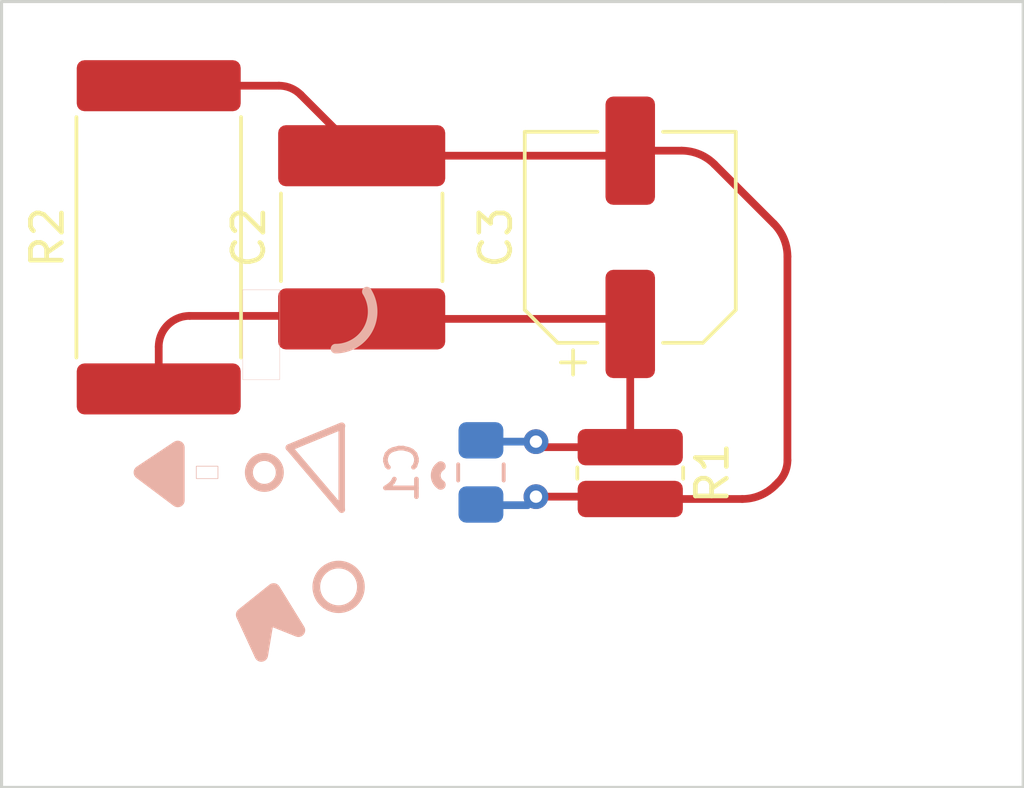
<source format=kicad_pcb>
(kicad_pcb (version 20211014) (generator pcbnew)
  (title_block (date "2022-04-12") (rev "Test PCB - All Good Libraries"))
  (layers (0 "F.Cu" signal) (31 "B.Cu" signal) (34 "B.Paste" user) (35 "F.Paste" user) (36 "B.SilkS" user "B.Silkscreen") (37 "F.SilkS" user "F.Silkscreen") (38 "B.Mask" user) (39 "F.Mask" user) (44 "Edge.Cuts" user))
  (net 0 "")
  (net 1 "Net-(C1-Pad1)")
  (net 2 "Net-(C1-Pad2)")
  (footprint "Capacitor_SMD:C_2220_5650Metric_Pad1.97x5.40mm_HandSolder" (layer "F.Cu") (at 131.02 81.28 90)
    (fp_text reference "C2" (at 0 -3.65 90) (layer "F.SilkS"))
    (fp_text value "C")
    (fp_line (start -1.415748 -2.61) (end 1.415748 -2.61) (layer "F.SilkS") (width 0.12))
    (fp_line (start -1.415748 2.61) (end 1.415748 2.61) (layer "F.SilkS") (width 0.12))
    (pad "1" smd roundrect (at -2.6375 0 90) (size 1.975 5.4) (layers "F.Cu" "F.Paste" "F.Mask") (roundrect_rratio 0.126582) (net 1 "Net-(C1-Pad1)"))
    (pad "2" smd roundrect (at 2.6375 0 90) (size 1.975 5.4) (layers "F.Cu" "F.Paste" "F.Mask") (roundrect_rratio 0.126582) (net 2 "Net-(C1-Pad2)"))
  )
  (footprint "Resistor_SMD:R_4020_10251Metric_Pad1.65x5.30mm_HandSolder" (layer "F.Cu") (at 124.46 81.28 90)
    (fp_text reference "R2" (at 0 -3.6 90) (layer "F.SilkS"))
    (fp_text value "R_US")
    (fp_line (start -3.886252 2.66) (end 3.886252 2.66) (layer "F.SilkS") (width 0.12))
    (fp_line (start -3.886252 -2.66) (end 3.886252 -2.66) (layer "F.SilkS") (width 0.12))
    (pad "1" smd roundrect (at -4.9 0 90) (size 1.65 5.3) (layers "F.Cu" "F.Paste" "F.Mask") (roundrect_rratio 0.151515) (net 1 "Net-(C1-Pad1)"))
    (pad "2" smd roundrect (at 4.9 0 90) (size 1.65 5.3) (layers "F.Cu" "F.Paste" "F.Mask") (roundrect_rratio 0.151515) (net 2 "Net-(C1-Pad2)"))
  )
  (footprint "Capacitor_SMD:CP_Elec_6.3x5.3" (layer "F.Cu") (at 139.7 81.28 90)
    (fp_text reference "C3" (at 0 -4.35 90) (layer "F.SilkS"))
    (fp_text value "C_Polarized")
    (fp_line (start -2.345563 3.41) (end 3.41 3.41) (layer "F.SilkS") (width 0.12))
    (fp_line (start -4.04375 -2.24125) (end -4.04375 -1.45375) (layer "F.SilkS") (width 0.12))
    (fp_line (start -3.41 2.345563) (end -2.345563 3.41) (layer "F.SilkS") (width 0.12))
    (fp_line (start -3.41 2.345563) (end -3.41 1.06) (layer "F.SilkS") (width 0.12))
    (fp_line (start -2.345563 -3.41) (end 3.41 -3.41) (layer "F.SilkS") (width 0.12))
    (fp_line (start 3.41 3.41) (end 3.41 1.06) (layer "F.SilkS") (width 0.12))
    (fp_line (start 3.41 -3.41) (end 3.41 -1.06) (layer "F.SilkS") (width 0.12))
    (fp_line (start -3.41 -2.345563) (end -3.41 -1.06) (layer "F.SilkS") (width 0.12))
    (fp_line (start -4.4375 -1.8475) (end -3.65 -1.8475) (layer "F.SilkS") (width 0.12))
    (fp_line (start -3.41 -2.345563) (end -2.345563 -3.41) (layer "F.SilkS") (width 0.12))
    (pad "1" smd roundrect (at -2.8 0 90) (size 3.5 1.6) (layers "F.Cu" "F.Paste" "F.Mask") (roundrect_rratio 0.15625) (net 1 "Net-(C1-Pad1)"))
    (pad "2" smd roundrect (at 2.8 0 90) (size 3.5 1.6) (layers "F.Cu" "F.Paste" "F.Mask") (roundrect_rratio 0.15625) (net 2 "Net-(C1-Pad2)"))
  )
  (footprint "Resistor_SMD:R_0612_1632Metric_Pad1.18x3.40mm_HandSolder" (layer "F.Cu") (at 139.7 88.9 -90)
    (fp_text reference "R1" (at 0 -2.65 90) (layer "F.SilkS"))
    (fp_text value "R")
    (fp_line (start -0.182983 1.71) (end 0.182983 1.71) (layer "F.SilkS") (width 0.12))
    (fp_line (start -0.182983 -1.71) (end 0.182983 -1.71) (layer "F.SilkS") (width 0.12))
    (pad "1" smd roundrect (at -0.8375 0 270) (size 1.175 3.4) (layers "F.Cu" "F.Paste" "F.Mask") (roundrect_rratio 0.212766) (net 1 "Net-(C1-Pad1)"))
    (pad "2" smd roundrect (at 0.8375 0 270) (size 1.175 3.4) (layers "F.Cu" "F.Paste" "F.Mask") (roundrect_rratio 0.212766) (net 2 "Net-(C1-Pad2)"))
  )
  (footprint "test_lib:C_0805_MOD" (layer "B.Cu") (at 134.874 88.8785 -90)
    (fp_text reference "C1" (at 0 2.54 90) (layer "B.SilkS") (effects (justify mirror)))
    (fp_text value "C")
    (fp_line (start -0.261252 0.735) (end 0.261252 0.735) (layer "B.SilkS") (width 0.125))
    (fp_line (start -0.8 6.2) (end -1.5 4.5) (layer "B.SilkS") (width 0.23))
    (fp_line (start -1.5 4.5) (end 1.2 4.5) (layer "B.SilkS") (width 0.21))
    (fp_line (start 1.2 4.5) (end -0.8 6.2) (layer "B.SilkS") (width 0.22))
    (fp_line (start -0.261252 -0.735) (end 0.261252 -0.735) (layer "B.SilkS") (width 0.126))
    (fp_rect (start -5.9 7.7) (end -3 6.5) (layer "B.SilkS") (width 0.01) (fill none))
    (fp_rect (start -0.2 9.2) (end 0.2 8.5) (layer "B.SilkS") (width 0.02) (fill none))
    (fp_arc (start 0.4 1.3) (mid 0.1 1.460522) (end -0.2 1.3) (layer "B.SilkS") (width 0.32))
    (fp_arc (start -5.844251 3.687606) (mid -4.622463 3.647916) (end -4 4.7) (layer "B.SilkS") (width 0.31))
    (fp_circle (center 0 7) (end 0.5 7) (layer "B.SilkS") (width 0.26) (fill none))
    (fp_circle (center 3.7 4.6) (end 4.42111 4.6) (layer "B.SilkS") (width 0.25) (fill none))
    (fp_poly (pts (xy 5.9 7.1) (xy 4.7 6.9) (xy 5.1 5.9) (xy 3.8 6.7) (xy 4.6 7.7)) (layer "B.SilkS") (width 0.44) (fill solid))
    (fp_poly (pts (xy 0.9 9.8) (xy -0.8 9.8) (xy 0 11)) (layer "B.SilkS") (width 0.45) (fill solid))
    (pad "1" smd roundrect (at -1.0375 0 270) (size 1.175 1.45) (layers "B.Cu" "B.Paste" "B.Mask") (roundrect_rratio 0.212766) (net 1 "Net-(C1-Pad1)"))
    (pad "2" smd roundrect (at 1.0375 0 270) (size 1.175 1.45) (layers "B.Cu" "B.Paste" "B.Mask") (roundrect_rratio 0.212766) (net 2 "Net-(C1-Pad2)"))
  )
  (gr_line (start 119.38 99.06) (end 152.4 99.06) (layer "Edge.Cuts") (width 0.1))
  (gr_line (start 152.4 73.66) (end 149.86 73.66) (layer "Edge.Cuts") (width 0.1))
  (gr_line (start 152.4 99.06) (end 152.4 73.66) (layer "Edge.Cuts") (width 0.1))
  (gr_line (start 119.38 73.66) (end 119.38 99.06) (layer "Edge.Cuts") (width 0.1))
  (gr_line (start 149.86 73.66) (end 119.38 73.66) (layer "Edge.Cuts") (width 0.1))
  (segment (start 124.46 86.18) (end 124.46 84.82) (width 0.25) (layer "F.Cu") (net 1))
  (segment (start 130.9225 83.82) (end 131.02 83.9175) (width 0.25) (layer "F.Cu") (net 1))
  (segment (start 139.7 88.0625) (end 136.8305 88.0625) (width 0.25) (layer "F.Cu") (net 1))
  (segment (start 125.46 83.82) (end 130.9225 83.82) (width 0.25) (layer "F.Cu") (net 1))
  (segment (start 139.5375 83.9175) (end 139.7 84.08) (width 0.25) (layer "F.Cu") (net 1))
  (segment (start 131.02 83.9175) (end 139.5375 83.9175) (width 0.25) (layer "F.Cu") (net 1))
  (segment (start 139.7 88.0625) (end 139.7 84.08) (width 0.25) (layer "F.Cu") (net 1))
  (segment (start 136.8305 88.0625) (end 136.652 87.884) (width 0.25) (layer "F.Cu") (net 1))
  (via (at 136.652 87.884) (size 0.8) (drill 0.4) (layers "F.Cu" "B.Cu") (net 1))
  (arc (start 125.46 83.82) (mid 124.752893 84.112893) (end 124.46 84.82) (width 0.25) (layer "F.Cu") (net 1))
  (segment (start 134.6415 87.884) (end 134.62 87.8625) (width 0.25) (layer "B.Cu") (net 1))
  (segment (start 136.652 87.884) (end 134.6415 87.884) (width 0.25) (layer "B.Cu") (net 1))
  (segment (start 124.46 76.38) (end 128.343286 76.38) (width 0.25) (layer "F.Cu") (net 2))
  (segment (start 129.050393 76.672893) (end 131.02 78.6425) (width 0.25) (layer "F.Cu") (net 2))
  (segment (start 142.41934 78.91934) (end 144.34066 80.84066) (width 0.25) (layer "F.Cu") (net 2))
  (segment (start 131.02 78.6425) (end 139.5375 78.6425) (width 0.25) (layer "F.Cu") (net 2))
  (segment (start 139.5375 78.6425) (end 139.7 78.48) (width 0.25) (layer "F.Cu") (net 2))
  (segment (start 144.487107 89.192893) (end 144.38184 89.29816) (width 0.25) (layer "F.Cu") (net 2))
  (segment (start 144.78 81.90132) (end 144.78 88.485786) (width 0.25) (layer "F.Cu") (net 2))
  (segment (start 139.6245 89.662) (end 139.7 89.7375) (width 0.25) (layer "F.Cu") (net 2))
  (segment (start 139.7 78.48) (end 141.35868 78.48) (width 0.25) (layer "F.Cu") (net 2))
  (segment (start 143.32118 89.7375) (end 139.7 89.7375) (width 0.25) (layer "F.Cu") (net 2))
  (segment (start 136.652 89.662) (end 139.6245 89.662) (width 0.25) (layer "F.Cu") (net 2))
  (via (at 136.652 89.662) (size 0.8) (drill 0.4) (layers "F.Cu" "B.Cu") (net 2))
  (arc (start 143.32118 89.7375) (mid 143.895205 89.623319) (end 144.38184 89.29816) (width 0.25) (layer "F.Cu") (net 2))
  (arc (start 128.343286 76.38) (mid 128.725969 76.45612) (end 129.050393 76.672893) (width 0.25) (layer "F.Cu") (net 2))
  (arc (start 144.78 81.90132) (mid 144.665819 81.327295) (end 144.34066 80.84066) (width 0.25) (layer "F.Cu") (net 2))
  (arc (start 142.41934 78.91934) (mid 141.932705 78.594181) (end 141.35868 78.48) (width 0.25) (layer "F.Cu") (net 2))
  (arc (start 144.78 88.485786) (mid 144.70388 88.868469) (end 144.487107 89.192893) (width 0.25) (layer "F.Cu") (net 2))
  (segment (start 136.3765 89.9375) (end 136.652 89.662) (width 0.25) (layer "B.Cu") (net 2))
  (segment (start 134.62 89.9375) (end 136.3765 89.9375) (width 0.25) (layer "B.Cu") (net 2))
)
</source>
